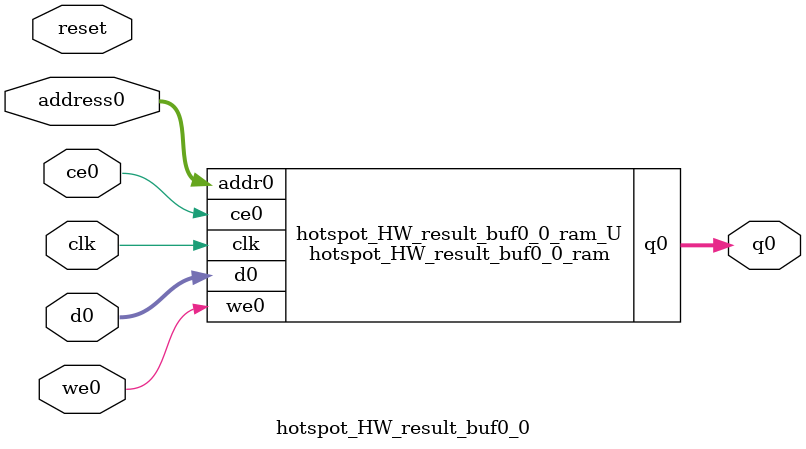
<source format=v>
`timescale 1 ns / 1 ps
module hotspot_HW_result_buf0_0_ram (addr0, ce0, d0, we0, q0,  clk);

parameter DWIDTH = 32;
parameter AWIDTH = 8;
parameter MEM_SIZE = 256;

input[AWIDTH-1:0] addr0;
input ce0;
input[DWIDTH-1:0] d0;
input we0;
output reg[DWIDTH-1:0] q0;
input clk;

reg [DWIDTH-1:0] ram[0:MEM_SIZE-1];




always @(posedge clk)  
begin 
    if (ce0) begin
        if (we0) 
            ram[addr0] <= d0; 
        q0 <= ram[addr0];
    end
end


endmodule

`timescale 1 ns / 1 ps
module hotspot_HW_result_buf0_0(
    reset,
    clk,
    address0,
    ce0,
    we0,
    d0,
    q0);

parameter DataWidth = 32'd32;
parameter AddressRange = 32'd256;
parameter AddressWidth = 32'd8;
input reset;
input clk;
input[AddressWidth - 1:0] address0;
input ce0;
input we0;
input[DataWidth - 1:0] d0;
output[DataWidth - 1:0] q0;



hotspot_HW_result_buf0_0_ram hotspot_HW_result_buf0_0_ram_U(
    .clk( clk ),
    .addr0( address0 ),
    .ce0( ce0 ),
    .we0( we0 ),
    .d0( d0 ),
    .q0( q0 ));

endmodule


</source>
